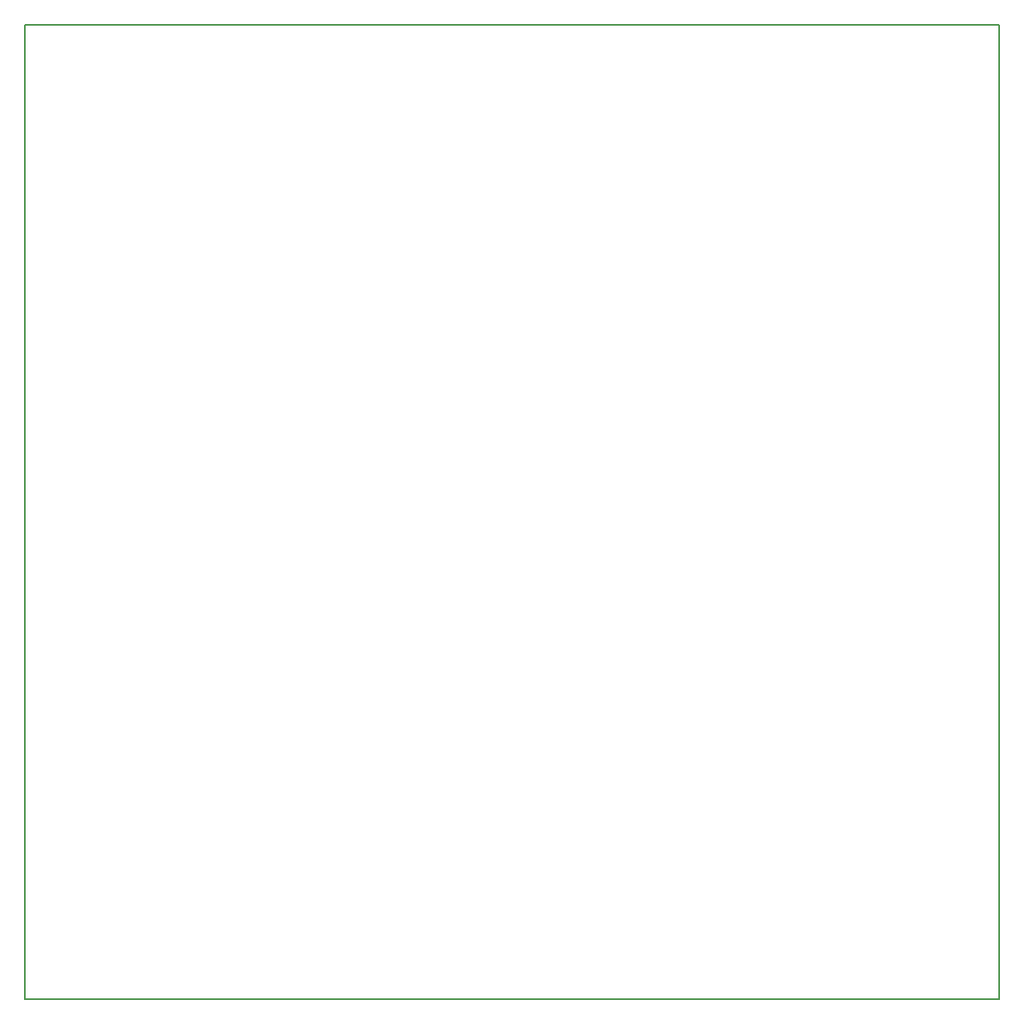
<source format=gko>
G04 #@! TF.GenerationSoftware,KiCad,Pcbnew,5.0.2-bee76a0~70~ubuntu18.04.1*
G04 #@! TF.CreationDate,2019-06-18T09:22:54+09:00*
G04 #@! TF.ProjectId,MRR_ESPE,4d52525f-4553-4504-952e-6b696361645f,v0.2*
G04 #@! TF.SameCoordinates,Original*
G04 #@! TF.FileFunction,Profile,NP*
%FSLAX46Y46*%
G04 Gerber Fmt 4.6, Leading zero omitted, Abs format (unit mm)*
G04 Created by KiCad (PCBNEW 5.0.2-bee76a0~70~ubuntu18.04.1) date Tue 18 Jun 2019 09:22:54 AM JST*
%MOMM*%
%LPD*%
G01*
G04 APERTURE LIST*
%ADD10C,0.150000*%
G04 APERTURE END LIST*
D10*
X45000000Y-136500000D02*
X45000000Y-37000000D01*
X144500000Y-136500000D02*
X45000000Y-136500000D01*
X144500000Y-37000000D02*
X144500000Y-136500000D01*
X45000000Y-37000000D02*
X144500000Y-37000000D01*
M02*

</source>
